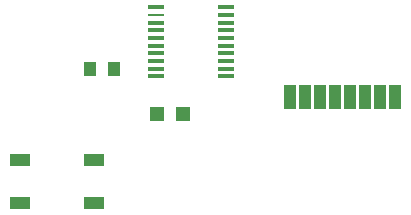
<source format=gbr>
G04 #@! TF.FileFunction,Paste,Top*
%FSLAX46Y46*%
G04 Gerber Fmt 4.6, Leading zero omitted, Abs format (unit mm)*
G04 Created by KiCad (PCBNEW 4.0.6) date 07/07/17 14:26:12*
%MOMM*%
%LPD*%
G01*
G04 APERTURE LIST*
%ADD10C,0.100000*%
%ADD11R,1.000000X1.250000*%
%ADD12R,1.200000X1.200000*%
%ADD13R,1.800000X1.100000*%
%ADD14R,1.450000X0.300000*%
%ADD15R,1.450000X0.200000*%
%ADD16R,1.000000X2.000000*%
G04 APERTURE END LIST*
D10*
D11*
X141970000Y-107315000D03*
X139970000Y-107315000D03*
D12*
X147785000Y-111125000D03*
X145585000Y-111125000D03*
D13*
X134060000Y-114990000D03*
X140260000Y-114990000D03*
X134060000Y-118690000D03*
X140260000Y-118690000D03*
D14*
X145551100Y-102078600D03*
D15*
X145551100Y-102728600D03*
D14*
X145551100Y-103378600D03*
X145551100Y-104028600D03*
X145551100Y-104678600D03*
X145551100Y-105328600D03*
X145551100Y-105978600D03*
X145551100Y-106628600D03*
X145551100Y-107278600D03*
X145551100Y-107928600D03*
X151451100Y-107928600D03*
X151451100Y-107278600D03*
X151451100Y-106628600D03*
X151451100Y-105978600D03*
X151451100Y-105328600D03*
X151451100Y-104678600D03*
X151451100Y-104028600D03*
X151451100Y-103378600D03*
X151451100Y-102728600D03*
X151451100Y-102078600D03*
D16*
X156890000Y-109665000D03*
X158160000Y-109665000D03*
X159430000Y-109665000D03*
X160700000Y-109665000D03*
X161970000Y-109665000D03*
X163240000Y-109665000D03*
X164510000Y-109665000D03*
X165780000Y-109665000D03*
M02*

</source>
